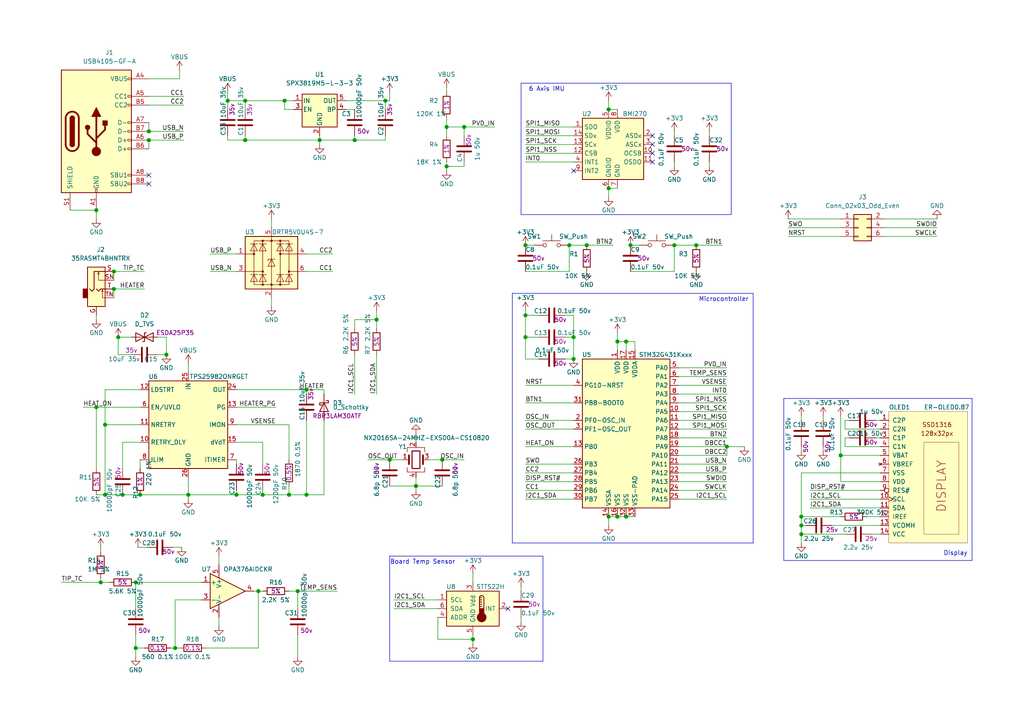
<source format=kicad_sch>
(kicad_sch (version 20200828) (generator eeschema)
  (page 1 1)
  (paper "A4")
  (junction (at 27.94 60.96) (diameter 1.016))
  (junction (at 27.94 118.11) (diameter 1.016))
  (junction (at 29.21 168.91) (diameter 1.016))
  (junction (at 30.48 123.19) (diameter 1.016))
  (junction (at 30.48 143.51) (diameter 1.016))
  (junction (at 33.02 78.74) (diameter 1.016))
  (junction (at 33.02 83.82) (diameter 1.016))
  (junction (at 34.29 97.79) (diameter 1.016))
  (junction (at 35.56 143.51) (diameter 1.016))
  (junction (at 39.37 168.91) (diameter 1.016))
  (junction (at 39.37 187.96) (diameter 1.016))
  (junction (at 40.64 143.51) (diameter 1.016))
  (junction (at 43.18 38.1) (diameter 1.016))
  (junction (at 43.18 40.64) (diameter 1.016))
  (junction (at 48.26 102.87) (diameter 1.016))
  (junction (at 50.8 187.96) (diameter 1.016))
  (junction (at 54.61 143.51) (diameter 1.016))
  (junction (at 66.04 29.21) (diameter 1.016))
  (junction (at 68.58 143.51) (diameter 1.016))
  (junction (at 71.12 29.21) (diameter 1.016))
  (junction (at 71.12 40.64) (diameter 1.016))
  (junction (at 74.93 171.45) (diameter 1.016))
  (junction (at 76.2 143.51) (diameter 1.016))
  (junction (at 82.55 29.21) (diameter 1.016))
  (junction (at 83.82 143.51) (diameter 1.016))
  (junction (at 86.36 171.45) (diameter 1.016))
  (junction (at 88.9 113.03) (diameter 1.016))
  (junction (at 88.9 143.51) (diameter 1.016))
  (junction (at 92.71 40.64) (diameter 1.016))
  (junction (at 102.87 40.64) (diameter 1.016))
  (junction (at 109.22 92.71) (diameter 1.016))
  (junction (at 111.76 29.21) (diameter 1.016))
  (junction (at 113.03 133.35) (diameter 1.016))
  (junction (at 120.65 140.97) (diameter 1.016))
  (junction (at 128.27 133.35) (diameter 1.016))
  (junction (at 129.54 36.83) (diameter 1.016))
  (junction (at 129.54 48.26) (diameter 1.016))
  (junction (at 134.62 36.83) (diameter 1.016))
  (junction (at 137.16 185.42) (diameter 1.016))
  (junction (at 152.4 71.12) (diameter 1.016))
  (junction (at 152.4 91.44) (diameter 1.016))
  (junction (at 152.4 97.79) (diameter 1.016))
  (junction (at 165.1 71.12) (diameter 1.016))
  (junction (at 166.37 97.79) (diameter 1.016))
  (junction (at 166.37 104.14) (diameter 1.016))
  (junction (at 170.18 71.12) (diameter 1.016))
  (junction (at 176.53 31.75) (diameter 1.016))
  (junction (at 176.53 54.61) (diameter 1.016))
  (junction (at 176.53 149.86) (diameter 1.016))
  (junction (at 179.07 99.06) (diameter 1.016))
  (junction (at 179.07 149.86) (diameter 1.016))
  (junction (at 181.61 99.06) (diameter 1.016))
  (junction (at 181.61 149.86) (diameter 1.016))
  (junction (at 182.88 71.12) (diameter 1.016))
  (junction (at 195.58 71.12) (diameter 1.016))
  (junction (at 201.93 71.12) (diameter 1.016))
  (junction (at 210.82 129.54) (diameter 1.016))
  (junction (at 232.41 149.86) (diameter 1.016))
  (junction (at 232.41 152.4) (diameter 1.016))
  (junction (at 232.41 154.94) (diameter 1.016))
  (junction (at 243.84 132.08) (diameter 1.016))
  (no_connect (at 43.18 50.8))
  (no_connect (at 147.32 176.53))
  (no_connect (at 189.23 44.45))
  (no_connect (at 189.23 41.91))
  (no_connect (at 189.23 39.37))
  (no_connect (at 43.18 53.34))
  (no_connect (at 189.23 46.99))
  (no_connect (at 166.37 49.53))
  (wire (pts (xy 17.78 168.91) (xy 29.21 168.91)))
  (wire (pts (xy 20.32 60.96) (xy 27.94 60.96)))
  (wire (pts (xy 24.13 118.11) (xy 27.94 118.11)))
  (wire (pts (xy 27.94 60.96) (xy 27.94 63.5)))
  (wire (pts (xy 27.94 91.44) (xy 27.94 92.71)))
  (wire (pts (xy 27.94 118.11) (xy 27.94 135.89)))
  (wire (pts (xy 27.94 118.11) (xy 40.64 118.11)))
  (wire (pts (xy 29.21 158.75) (xy 29.21 160.02)))
  (wire (pts (xy 29.21 167.64) (xy 29.21 168.91)))
  (wire (pts (xy 29.21 168.91) (xy 31.75 168.91)))
  (wire (pts (xy 30.48 113.03) (xy 30.48 123.19)))
  (wire (pts (xy 30.48 123.19) (xy 30.48 143.51)))
  (wire (pts (xy 30.48 123.19) (xy 40.64 123.19)))
  (wire (pts (xy 30.48 143.51) (xy 27.94 143.51)))
  (wire (pts (xy 30.48 143.51) (xy 35.56 143.51)))
  (wire (pts (xy 33.02 78.74) (xy 33.02 81.28)))
  (wire (pts (xy 33.02 78.74) (xy 41.91 78.74)))
  (wire (pts (xy 33.02 83.82) (xy 33.02 86.36)))
  (wire (pts (xy 33.02 83.82) (xy 41.91 83.82)))
  (wire (pts (xy 34.29 97.79) (xy 34.29 102.87)))
  (wire (pts (xy 34.29 97.79) (xy 38.1 97.79)))
  (wire (pts (xy 34.29 102.87) (xy 38.1 102.87)))
  (wire (pts (xy 35.56 128.27) (xy 35.56 135.89)))
  (wire (pts (xy 35.56 143.51) (xy 40.64 143.51)))
  (wire (pts (xy 39.37 168.91) (xy 39.37 176.53)))
  (wire (pts (xy 39.37 168.91) (xy 58.42 168.91)))
  (wire (pts (xy 39.37 184.15) (xy 39.37 187.96)))
  (wire (pts (xy 39.37 187.96) (xy 39.37 190.5)))
  (wire (pts (xy 40.005 158.75) (xy 42.545 158.75)))
  (wire (pts (xy 40.64 113.03) (xy 30.48 113.03)))
  (wire (pts (xy 40.64 128.27) (xy 35.56 128.27)))
  (wire (pts (xy 40.64 133.35) (xy 40.64 135.89)))
  (wire (pts (xy 40.64 143.51) (xy 54.61 143.51)))
  (wire (pts (xy 41.91 187.96) (xy 39.37 187.96)))
  (wire (pts (xy 43.18 22.86) (xy 52.07 22.86)))
  (wire (pts (xy 43.18 27.94) (xy 53.34 27.94)))
  (wire (pts (xy 43.18 30.48) (xy 53.34 30.48)))
  (wire (pts (xy 43.18 35.56) (xy 43.18 38.1)))
  (wire (pts (xy 43.18 38.1) (xy 53.34 38.1)))
  (wire (pts (xy 43.18 40.64) (xy 43.18 43.18)))
  (wire (pts (xy 43.18 40.64) (xy 53.34 40.64)))
  (wire (pts (xy 45.72 97.79) (xy 48.26 97.79)))
  (wire (pts (xy 45.72 102.87) (xy 48.26 102.87)))
  (wire (pts (xy 48.26 97.79) (xy 48.26 102.87)))
  (wire (pts (xy 49.53 187.96) (xy 50.8 187.96)))
  (wire (pts (xy 50.165 158.75) (xy 52.705 158.75)))
  (wire (pts (xy 50.8 173.99) (xy 50.8 187.96)))
  (wire (pts (xy 50.8 187.96) (xy 52.07 187.96)))
  (wire (pts (xy 52.07 20.32) (xy 52.07 22.86)))
  (wire (pts (xy 54.61 105.41) (xy 54.61 107.95)))
  (wire (pts (xy 54.61 138.43) (xy 54.61 143.51)))
  (wire (pts (xy 54.61 143.51) (xy 54.61 144.78)))
  (wire (pts (xy 54.61 143.51) (xy 68.58 143.51)))
  (wire (pts (xy 58.42 173.99) (xy 50.8 173.99)))
  (wire (pts (xy 59.69 187.96) (xy 74.93 187.96)))
  (wire (pts (xy 60.96 73.66) (xy 68.58 73.66)))
  (wire (pts (xy 60.96 78.74) (xy 68.58 78.74)))
  (wire (pts (xy 63.5 161.29) (xy 63.5 163.83)))
  (wire (pts (xy 63.5 179.07) (xy 63.5 181.61)))
  (wire (pts (xy 66.04 26.67) (xy 66.04 29.21)))
  (wire (pts (xy 66.04 29.21) (xy 66.04 31.75)))
  (wire (pts (xy 66.04 29.21) (xy 71.12 29.21)))
  (wire (pts (xy 66.04 39.37) (xy 66.04 40.64)))
  (wire (pts (xy 66.04 40.64) (xy 71.12 40.64)))
  (wire (pts (xy 68.58 113.03) (xy 88.9 113.03)))
  (wire (pts (xy 68.58 123.19) (xy 83.82 123.19)))
  (wire (pts (xy 68.58 128.27) (xy 76.2 128.27)))
  (wire (pts (xy 68.58 133.35) (xy 68.58 134.62)))
  (wire (pts (xy 68.58 142.24) (xy 68.58 143.51)))
  (wire (pts (xy 68.58 143.51) (xy 76.2 143.51)))
  (wire (pts (xy 71.12 29.21) (xy 71.12 31.75)))
  (wire (pts (xy 71.12 29.21) (xy 82.55 29.21)))
  (wire (pts (xy 71.12 39.37) (xy 71.12 40.64)))
  (wire (pts (xy 71.12 40.64) (xy 92.71 40.64)))
  (wire (pts (xy 73.66 171.45) (xy 74.93 171.45)))
  (wire (pts (xy 74.93 171.45) (xy 76.2 171.45)))
  (wire (pts (xy 74.93 187.96) (xy 74.93 171.45)))
  (wire (pts (xy 76.2 128.27) (xy 76.2 134.62)))
  (wire (pts (xy 76.2 143.51) (xy 76.2 142.24)))
  (wire (pts (xy 78.74 63.5) (xy 78.74 66.04)))
  (wire (pts (xy 78.74 86.36) (xy 78.74 88.9)))
  (wire (pts (xy 80.01 118.11) (xy 68.58 118.11)))
  (wire (pts (xy 82.55 29.21) (xy 82.55 31.75)))
  (wire (pts (xy 82.55 29.21) (xy 85.09 29.21)))
  (wire (pts (xy 82.55 31.75) (xy 85.09 31.75)))
  (wire (pts (xy 83.82 123.19) (xy 83.82 133.35)))
  (wire (pts (xy 83.82 140.97) (xy 83.82 143.51)))
  (wire (pts (xy 83.82 143.51) (xy 76.2 143.51)))
  (wire (pts (xy 86.36 171.45) (xy 83.82 171.45)))
  (wire (pts (xy 86.36 171.45) (xy 97.79 171.45)))
  (wire (pts (xy 86.36 176.53) (xy 86.36 171.45)))
  (wire (pts (xy 86.36 184.15) (xy 86.36 190.5)))
  (wire (pts (xy 88.9 73.66) (xy 96.52 73.66)))
  (wire (pts (xy 88.9 78.74) (xy 96.52 78.74)))
  (wire (pts (xy 88.9 113.03) (xy 88.9 114.3)))
  (wire (pts (xy 88.9 113.03) (xy 93.98 113.03)))
  (wire (pts (xy 88.9 121.92) (xy 88.9 143.51)))
  (wire (pts (xy 88.9 143.51) (xy 83.82 143.51)))
  (wire (pts (xy 88.9 143.51) (xy 93.98 143.51)))
  (wire (pts (xy 92.71 40.64) (xy 92.71 39.37)))
  (wire (pts (xy 92.71 40.64) (xy 92.71 41.91)))
  (wire (pts (xy 92.71 40.64) (xy 102.87 40.64)))
  (wire (pts (xy 93.98 113.03) (xy 93.98 114.3)))
  (wire (pts (xy 93.98 143.51) (xy 93.98 121.92)))
  (wire (pts (xy 100.33 29.21) (xy 111.76 29.21)))
  (wire (pts (xy 102.87 31.75) (xy 100.33 31.75)))
  (wire (pts (xy 102.87 39.37) (xy 102.87 40.64)))
  (wire (pts (xy 102.87 40.64) (xy 111.76 40.64)))
  (wire (pts (xy 102.87 92.71) (xy 109.22 92.71)))
  (wire (pts (xy 102.87 95.25) (xy 102.87 92.71)))
  (wire (pts (xy 102.87 102.87) (xy 102.87 114.3)))
  (wire (pts (xy 106.68 133.35) (xy 113.03 133.35)))
  (wire (pts (xy 109.22 92.71) (xy 109.22 90.17)))
  (wire (pts (xy 109.22 92.71) (xy 109.22 95.25)))
  (wire (pts (xy 109.22 102.87) (xy 109.22 114.3)))
  (wire (pts (xy 111.76 29.21) (xy 111.76 31.75)))
  (wire (pts (xy 111.76 29.21) (xy 113.03 29.21)))
  (wire (pts (xy 111.76 40.64) (xy 111.76 39.37)))
  (wire (pts (xy 113.03 29.21) (xy 113.03 26.67)))
  (wire (pts (xy 113.03 133.35) (xy 116.84 133.35)))
  (wire (pts (xy 113.03 140.97) (xy 120.65 140.97)))
  (wire (pts (xy 114.3 173.99) (xy 127 173.99)))
  (wire (pts (xy 114.3 176.53) (xy 127 176.53)))
  (wire (pts (xy 120.65 125.73) (xy 120.65 128.27)))
  (wire (pts (xy 120.65 138.43) (xy 120.65 140.97)))
  (wire (pts (xy 120.65 140.97) (xy 120.65 142.24)))
  (wire (pts (xy 120.65 140.97) (xy 128.27 140.97)))
  (wire (pts (xy 124.46 133.35) (xy 128.27 133.35)))
  (wire (pts (xy 127 179.07) (xy 127 185.42)))
  (wire (pts (xy 128.27 133.35) (xy 134.62 133.35)))
  (wire (pts (xy 129.54 25.4) (xy 129.54 26.67)))
  (wire (pts (xy 129.54 34.29) (xy 129.54 36.83)))
  (wire (pts (xy 129.54 36.83) (xy 129.54 39.37)))
  (wire (pts (xy 129.54 36.83) (xy 134.62 36.83)))
  (wire (pts (xy 129.54 46.99) (xy 129.54 48.26)))
  (wire (pts (xy 129.54 48.26) (xy 129.54 49.53)))
  (wire (pts (xy 134.62 36.83) (xy 134.62 39.37)))
  (wire (pts (xy 134.62 36.83) (xy 143.51 36.83)))
  (wire (pts (xy 134.62 46.99) (xy 134.62 48.26)))
  (wire (pts (xy 134.62 48.26) (xy 129.54 48.26)))
  (wire (pts (xy 137.16 166.37) (xy 137.16 168.91)))
  (wire (pts (xy 137.16 184.15) (xy 137.16 185.42)))
  (wire (pts (xy 137.16 185.42) (xy 127 185.42)))
  (wire (pts (xy 137.16 185.42) (xy 137.16 186.69)))
  (wire (pts (xy 151.13 170.18) (xy 151.13 171.45)))
  (wire (pts (xy 151.13 179.07) (xy 151.13 180.34)))
  (wire (pts (xy 152.4 36.83) (xy 166.37 36.83)))
  (wire (pts (xy 152.4 39.37) (xy 166.37 39.37)))
  (wire (pts (xy 152.4 41.91) (xy 166.37 41.91)))
  (wire (pts (xy 152.4 44.45) (xy 166.37 44.45)))
  (wire (pts (xy 152.4 46.99) (xy 166.37 46.99)))
  (wire (pts (xy 152.4 71.12) (xy 154.94 71.12)))
  (wire (pts (xy 152.4 78.74) (xy 165.1 78.74)))
  (wire (pts (xy 152.4 90.17) (xy 152.4 91.44)))
  (wire (pts (xy 152.4 91.44) (xy 152.4 97.79)))
  (wire (pts (xy 152.4 91.44) (xy 156.21 91.44)))
  (wire (pts (xy 152.4 97.79) (xy 152.4 104.14)))
  (wire (pts (xy 152.4 97.79) (xy 156.21 97.79)))
  (wire (pts (xy 152.4 104.14) (xy 156.21 104.14)))
  (wire (pts (xy 152.4 111.76) (xy 166.37 111.76)))
  (wire (pts (xy 152.4 116.84) (xy 166.37 116.84)))
  (wire (pts (xy 152.4 121.92) (xy 166.37 121.92)))
  (wire (pts (xy 152.4 124.46) (xy 166.37 124.46)))
  (wire (pts (xy 152.4 129.54) (xy 166.37 129.54)))
  (wire (pts (xy 152.4 134.62) (xy 166.37 134.62)))
  (wire (pts (xy 152.4 137.16) (xy 166.37 137.16)))
  (wire (pts (xy 152.4 139.7) (xy 166.37 139.7)))
  (wire (pts (xy 152.4 142.24) (xy 166.37 142.24)))
  (wire (pts (xy 152.4 144.78) (xy 166.37 144.78)))
  (wire (pts (xy 163.83 91.44) (xy 166.37 91.44)))
  (wire (pts (xy 163.83 97.79) (xy 166.37 97.79)))
  (wire (pts (xy 163.83 104.14) (xy 166.37 104.14)))
  (wire (pts (xy 165.1 71.12) (xy 165.1 78.74)))
  (wire (pts (xy 165.1 71.12) (xy 170.18 71.12)))
  (wire (pts (xy 166.37 91.44) (xy 166.37 97.79)))
  (wire (pts (xy 166.37 97.79) (xy 166.37 104.14)))
  (wire (pts (xy 170.18 71.12) (xy 177.8 71.12)))
  (wire (pts (xy 176.53 29.21) (xy 176.53 31.75)))
  (wire (pts (xy 176.53 31.75) (xy 179.07 31.75)))
  (wire (pts (xy 176.53 54.61) (xy 176.53 57.15)))
  (wire (pts (xy 176.53 54.61) (xy 179.07 54.61)))
  (wire (pts (xy 176.53 149.86) (xy 176.53 152.4)))
  (wire (pts (xy 176.53 149.86) (xy 179.07 149.86)))
  (wire (pts (xy 179.07 96.52) (xy 179.07 99.06)))
  (wire (pts (xy 179.07 99.06) (xy 179.07 101.6)))
  (wire (pts (xy 179.07 149.86) (xy 181.61 149.86)))
  (wire (pts (xy 181.61 99.06) (xy 179.07 99.06)))
  (wire (pts (xy 181.61 101.6) (xy 181.61 99.06)))
  (wire (pts (xy 181.61 149.86) (xy 184.15 149.86)))
  (wire (pts (xy 182.88 71.12) (xy 185.42 71.12)))
  (wire (pts (xy 182.88 78.74) (xy 195.58 78.74)))
  (wire (pts (xy 184.15 99.06) (xy 181.61 99.06)))
  (wire (pts (xy 184.15 101.6) (xy 184.15 99.06)))
  (wire (pts (xy 195.58 38.1) (xy 195.58 39.37)))
  (wire (pts (xy 195.58 46.99) (xy 195.58 48.26)))
  (wire (pts (xy 195.58 71.12) (xy 195.58 78.74)))
  (wire (pts (xy 195.58 71.12) (xy 201.93 71.12)))
  (wire (pts (xy 196.85 106.68) (xy 210.82 106.68)))
  (wire (pts (xy 196.85 109.22) (xy 210.82 109.22)))
  (wire (pts (xy 196.85 111.76) (xy 210.82 111.76)))
  (wire (pts (xy 196.85 114.3) (xy 210.82 114.3)))
  (wire (pts (xy 196.85 116.84) (xy 210.82 116.84)))
  (wire (pts (xy 196.85 119.38) (xy 210.82 119.38)))
  (wire (pts (xy 196.85 121.92) (xy 210.82 121.92)))
  (wire (pts (xy 196.85 124.46) (xy 210.82 124.46)))
  (wire (pts (xy 196.85 127) (xy 210.82 127)))
  (wire (pts (xy 196.85 129.54) (xy 210.82 129.54)))
  (wire (pts (xy 196.85 132.08) (xy 210.82 132.08)))
  (wire (pts (xy 196.85 134.62) (xy 210.82 134.62)))
  (wire (pts (xy 196.85 137.16) (xy 210.82 137.16)))
  (wire (pts (xy 196.85 139.7) (xy 210.82 139.7)))
  (wire (pts (xy 196.85 142.24) (xy 210.82 142.24)))
  (wire (pts (xy 196.85 144.78) (xy 210.82 144.78)))
  (wire (pts (xy 201.93 71.12) (xy 209.55 71.12)))
  (wire (pts (xy 205.74 38.1) (xy 205.74 39.37)))
  (wire (pts (xy 205.74 46.99) (xy 205.74 48.26)))
  (wire (pts (xy 210.82 129.54) (xy 210.82 132.08)))
  (wire (pts (xy 210.82 129.54) (xy 215.9 129.54)))
  (wire (pts (xy 228.6 63.5) (xy 243.84 63.5)))
  (wire (pts (xy 228.6 66.04) (xy 243.84 66.04)))
  (wire (pts (xy 228.6 68.58) (xy 243.84 68.58)))
  (wire (pts (xy 232.41 120.65) (xy 232.41 121.92)))
  (wire (pts (xy 232.41 129.54) (xy 232.41 130.81)))
  (wire (pts (xy 232.41 137.16) (xy 232.41 149.86)))
  (wire (pts (xy 232.41 149.86) (xy 232.41 152.4)))
  (wire (pts (xy 232.41 152.4) (xy 232.41 154.94)))
  (wire (pts (xy 232.41 152.4) (xy 233.68 152.4)))
  (wire (pts (xy 232.41 154.94) (xy 232.41 157.48)))
  (wire (pts (xy 234.95 142.24) (xy 255.27 142.24)))
  (wire (pts (xy 238.76 120.65) (xy 238.76 121.92)))
  (wire (pts (xy 238.76 129.54) (xy 238.76 130.81)))
  (wire (pts (xy 241.3 152.4) (xy 255.27 152.4)))
  (wire (pts (xy 243.84 132.08) (xy 243.84 120.65)))
  (wire (pts (xy 243.84 132.08) (xy 255.27 132.08)))
  (wire (pts (xy 243.84 139.7) (xy 243.84 132.08)))
  (wire (pts (xy 243.84 149.86) (xy 232.41 149.86)))
  (wire (pts (xy 245.11 121.92) (xy 245.11 124.46)))
  (wire (pts (xy 245.11 121.92) (xy 246.38 121.92)))
  (wire (pts (xy 245.11 124.46) (xy 255.27 124.46)))
  (wire (pts (xy 245.11 127) (xy 245.11 129.54)))
  (wire (pts (xy 245.11 127) (xy 246.38 127)))
  (wire (pts (xy 245.11 129.54) (xy 255.27 129.54)))
  (wire (pts (xy 245.11 154.94) (xy 232.41 154.94)))
  (wire (pts (xy 251.46 149.86) (xy 255.27 149.86)))
  (wire (pts (xy 252.73 154.94) (xy 255.27 154.94)))
  (wire (pts (xy 254 121.92) (xy 255.27 121.92)))
  (wire (pts (xy 254 127) (xy 255.27 127)))
  (wire (pts (xy 255.27 137.16) (xy 232.41 137.16)))
  (wire (pts (xy 255.27 139.7) (xy 243.84 139.7)))
  (wire (pts (xy 255.27 144.78) (xy 234.95 144.78)))
  (wire (pts (xy 255.27 147.32) (xy 234.95 147.32)))
  (wire (pts (xy 256.54 63.5) (xy 271.78 63.5)))
  (wire (pts (xy 256.54 66.04) (xy 271.78 66.04)))
  (wire (pts (xy 256.54 68.58) (xy 271.78 68.58)))
  (polyline (pts (xy 113.03 161.29) (xy 113.03 191.77)) (stroke (width 0) (type solid)))
  (polyline (pts (xy 113.03 161.29) (xy 157.48 161.29)) (stroke (width 0) (type solid)))
  (polyline (pts (xy 148.59 85.09) (xy 218.44 85.09)) (stroke (width 0) (type solid)))
  (polyline (pts (xy 148.59 157.48) (xy 148.59 85.09)) (stroke (width 0) (type solid)))
  (polyline (pts (xy 148.59 157.48) (xy 218.44 157.48)) (stroke (width 0) (type solid)))
  (polyline (pts (xy 151.13 24.13) (xy 212.09 24.13)) (stroke (width 0) (type solid)))
  (polyline (pts (xy 151.13 62.23) (xy 151.13 24.13)) (stroke (width 0) (type solid)))
  (polyline (pts (xy 157.48 161.29) (xy 157.48 191.77)) (stroke (width 0) (type solid)))
  (polyline (pts (xy 157.48 191.77) (xy 113.03 191.77)) (stroke (width 0) (type solid)))
  (polyline (pts (xy 212.09 24.13) (xy 212.09 62.23)) (stroke (width 0) (type solid)))
  (polyline (pts (xy 212.09 62.23) (xy 151.13 62.23)) (stroke (width 0) (type solid)))
  (polyline (pts (xy 218.44 85.09) (xy 218.44 157.48)) (stroke (width 0) (type solid)))
  (polyline (pts (xy 227.33 115.57) (xy 227.33 162.56)) (stroke (width 0) (type solid)))
  (polyline (pts (xy 227.33 115.57) (xy 281.94 115.57)) (stroke (width 0) (type solid)))
  (polyline (pts (xy 281.94 115.57) (xy 281.94 162.56)) (stroke (width 0) (type solid)))
  (polyline (pts (xy 281.94 162.56) (xy 227.33 162.56)) (stroke (width 0) (type solid)))
  (text "Board Temp Sensor" (at 132.08 163.83 180) (effects (font (size 1.27 1.27)) (justify right bottom)))
  (text "6 Axis IMU" (at 163.83 26.67 180) (effects (font (size 1.27 1.27)) (justify right bottom)))
  (text "Microcontroller" (at 217.17 87.63 180) (effects (font (size 1.27 1.27)) (justify right bottom)))
  (text "Display" (at 280.67 161.29 180) (effects (font (size 1.27 1.27)) (justify right bottom)))
  (label "TIP_TC" (at 17.78 168.91 0))
  (label "HEAT_ON" (at 24.13 118.11 0))
  (label "TIP_TC" (at 41.91 78.74 180))
  (label "HEATER" (at 41.91 83.82 180))
  (label "CC1" (at 53.34 27.94 180))
  (label "CC2" (at 53.34 30.48 180))
  (label "USB_N" (at 53.34 38.1 180))
  (label "USB_P" (at 53.34 40.64 180))
  (label "USB_P" (at 60.96 73.66 0))
  (label "USB_N" (at 60.96 78.74 0))
  (label "HEATER_PG" (at 80.01 118.11 180))
  (label "VSENSE" (at 80.01 123.19 180))
  (label "HEATER" (at 93.98 113.03 180))
  (label "CC2" (at 96.52 73.66 180))
  (label "CC1" (at 96.52 78.74 180))
  (label "TEMP_SENS" (at 97.79 171.45 180))
  (label "I2C1_SCL" (at 102.87 114.3 90))
  (label "OSC_OUT" (at 106.68 133.35 0))
  (label "I2C1_SDA" (at 109.22 114.3 90))
  (label "I2C1_SCL" (at 114.3 173.99 0))
  (label "I2C1_SDA" (at 114.3 176.53 0))
  (label "OSC_IN" (at 134.62 133.35 180))
  (label "PVD_IN" (at 143.51 36.83 180))
  (label "SPI1_MISO" (at 152.4 36.83 0))
  (label "SPI1_MOSI" (at 152.4 39.37 0))
  (label "SPI1_SCK" (at 152.4 41.91 0))
  (label "SPI1_NSS" (at 152.4 44.45 0))
  (label "INT0" (at 152.4 46.99 0))
  (label "NRST" (at 152.4 111.76 0))
  (label "BTN1" (at 152.4 116.84 0))
  (label "OSC_IN" (at 152.4 121.92 0))
  (label "OSC_OUT" (at 152.4 124.46 0))
  (label "HEAT_ON" (at 152.4 129.54 0))
  (label "SWO" (at 152.4 134.62 0))
  (label "CC2" (at 152.4 137.16 0))
  (label "DISP_RST#" (at 152.4 139.7 0))
  (label "CC1" (at 152.4 142.24 0))
  (label "I2C1_SDA" (at 152.4 144.78 0))
  (label "BTN2" (at 177.8 71.12 180))
  (label "BTN1" (at 209.55 71.12 180))
  (label "PVD_IN" (at 210.82 106.68 180))
  (label "TEMP_SENS" (at 210.82 109.22 180))
  (label "VSENSE" (at 210.82 111.76 180))
  (label "INT0" (at 210.82 114.3 180))
  (label "SPI1_NSS" (at 210.82 116.84 180))
  (label "SPI1_SCK" (at 210.82 119.38 180))
  (label "SPI1_MISO" (at 210.82 121.92 180))
  (label "SPI1_MOSI" (at 210.82 124.46 180))
  (label "BTN2" (at 210.82 127 180))
  (label "DBCC1" (at 210.82 129.54 180))
  (label "DBCC2" (at 210.82 132.08 180))
  (label "USB_N" (at 210.82 134.62 180))
  (label "USB_P" (at 210.82 137.16 180))
  (label "SWDIO" (at 210.82 139.7 180))
  (label "SWCLK" (at 210.82 142.24 180))
  (label "I2C1_SCL" (at 210.82 144.78 180))
  (label "SWO" (at 228.6 66.04 0))
  (label "NRST" (at 228.6 68.58 0))
  (label "DISP_RST#" (at 234.95 142.24 0))
  (label "I2C1_SCL" (at 234.95 144.78 0))
  (label "I2C1_SDA" (at 234.95 147.32 0))
  (label "SWDIO" (at 271.78 66.04 180))
  (label "SWCLK" (at 271.78 68.58 180))
  (symbol (lib_id "power:+3V3") (at 29.21 158.75 0) (unit 1)
    (property "Reference" "#PWR0126" (effects hide))
    (property "Value" "+3V3" (at 29.21 154.94 0))
  )
  (symbol (lib_id "power:VBUS") (at 34.29 97.79 0) (unit 1)
    (property "Reference" "#PWR0115" (effects hide))
    (property "Value" "VBUS" (at 34.29 93.98 0))
  )
  (symbol (lib_id "power:+3V3") (at 40.005 158.75 0) (unit 1)
    (property "Reference" "#PWR0123" (effects hide))
    (property "Value" "+3V3" (at 40.005 154.94 0))
  )
  (symbol (lib_id "power:VBUS") (at 52.07 20.32 0) (unit 1)
    (property "Reference" "#PWR0135" (effects hide))
    (property "Value" "VBUS" (at 52.07 16.51 0))
  )
  (symbol (lib_id "power:VBUS") (at 54.61 105.41 0) (unit 1)
    (property "Reference" "#PWR0122" (effects hide))
    (property "Value" "VBUS" (at 54.61 101.6 0))
  )
  (symbol (lib_id "power:+3V3") (at 63.5 161.29 0) (unit 1)
    (property "Reference" "#PWR0125" (effects hide))
    (property "Value" "+3V3" (at 63.5 157.48 0))
  )
  (symbol (lib_id "power:VBUS") (at 66.04 26.67 0) (unit 1)
    (property "Reference" "#PWR0134" (effects hide))
    (property "Value" "VBUS" (at 66.04 22.86 0))
  )
  (symbol (lib_id "power:+3V3") (at 78.74 63.5 0) (unit 1)
    (property "Reference" "#PWR0136" (effects hide))
    (property "Value" "+3V3" (at 78.74 59.69 0))
  )
  (symbol (lib_id "power:+3V3") (at 109.22 90.17 0) (unit 1)
    (property "Reference" "#PWR0103" (effects hide))
    (property "Value" "+3V3" (at 109.22 86.36 0))
  )
  (symbol (lib_id "power:+3V3") (at 113.03 26.67 0) (unit 1)
    (property "Reference" "#PWR0101" (effects hide))
    (property "Value" "+3V3" (at 113.03 22.86 0))
  )
  (symbol (lib_id "power:VBUS") (at 129.54 25.4 0) (unit 1)
    (property "Reference" "#PWR0110" (effects hide))
    (property "Value" "VBUS" (at 129.54 21.59 0))
  )
  (symbol (lib_id "power:+3V3") (at 137.16 166.37 0) (unit 1)
    (property "Reference" "#PWR0118" (effects hide))
    (property "Value" "+3V3" (at 137.16 162.56 0))
  )
  (symbol (lib_id "power:+3V3") (at 151.13 170.18 0) (unit 1)
    (property "Reference" "#PWR0119" (effects hide))
    (property "Value" "+3V3" (at 151.13 166.37 0))
  )
  (symbol (lib_id "power:+3V3") (at 152.4 71.12 0) (unit 1)
    (property "Reference" "#PWR05" (effects hide))
    (property "Value" "+3V3" (at 152.4 67.31 0))
  )
  (symbol (lib_id "power:+3V3") (at 152.4 90.17 0) (unit 1)
    (property "Reference" "#PWR0106" (effects hide))
    (property "Value" "+3V3" (at 152.4 86.36 0))
  )
  (symbol (lib_id "power:+3V3") (at 176.53 29.21 0) (unit 1)
    (property "Reference" "#PWR0111" (effects hide))
    (property "Value" "+3V3" (at 176.53 25.4 0))
  )
  (symbol (lib_id "power:+3V3") (at 179.07 96.52 0) (unit 1)
    (property "Reference" "#PWR0140" (effects hide))
    (property "Value" "+3V3" (at 179.07 92.71 0))
  )
  (symbol (lib_id "power:+3V3") (at 182.88 71.12 0) (unit 1)
    (property "Reference" "#PWR06" (effects hide))
    (property "Value" "+3V3" (at 182.88 67.31 0))
  )
  (symbol (lib_id "power:+3V3") (at 195.58 38.1 0) (unit 1)
    (property "Reference" "#PWR0108" (effects hide))
    (property "Value" "+3V3" (at 195.58 34.29 0))
  )
  (symbol (lib_id "power:+3V3") (at 205.74 38.1 0) (unit 1)
    (property "Reference" "#PWR01" (effects hide))
    (property "Value" "+3V3" (at 205.74 34.29 0))
  )
  (symbol (lib_id "power:+3V3") (at 228.6 63.5 0) (unit 1)
    (property "Reference" "#PWR03" (effects hide))
    (property "Value" "+3V3" (at 228.6 59.69 0))
  )
  (symbol (lib_id "power:+3V3") (at 232.41 120.65 0) (unit 1)
    (property "Reference" "#PWR0151" (effects hide))
    (property "Value" "+3V3" (at 232.41 116.84 0))
  )
  (symbol (lib_id "power:+3V3") (at 238.76 120.65 0) (unit 1)
    (property "Reference" "#PWR0150" (effects hide))
    (property "Value" "+3V3" (at 238.76 116.84 0))
  )
  (symbol (lib_id "power:+3V3") (at 243.84 120.65 0) (unit 1)
    (property "Reference" "#PWR0149" (effects hide))
    (property "Value" "+3V3" (at 243.84 116.84 0))
  )
  (symbol (lib_id "power:GND") (at 27.94 63.5 0) (unit 1)
    (property "Reference" "#PWR0133" (effects hide))
    (property "Value" "GND" (at 27.94 67.31 0))
  )
  (symbol (lib_id "power:GND") (at 27.94 92.71 0) (unit 1)
    (property "Reference" "#PWR0114" (effects hide))
    (property "Value" "GND" (at 27.94 96.52 0))
  )
  (symbol (lib_id "power:GND") (at 39.37 190.5 0) (unit 1)
    (property "Reference" "#PWR0130" (effects hide))
    (property "Value" "GND" (at 39.37 194.31 0))
  )
  (symbol (lib_id "power:GND") (at 48.26 102.87 0) (unit 1)
    (property "Reference" "#PWR0116" (effects hide))
    (property "Value" "GND" (at 48.26 106.68 0))
  )
  (symbol (lib_id "power:GND") (at 52.705 158.75 0) (unit 1)
    (property "Reference" "#PWR0124" (effects hide))
    (property "Value" "GND" (at 52.705 162.56 0))
  )
  (symbol (lib_id "power:GND") (at 54.61 144.78 0) (unit 1)
    (property "Reference" "#PWR0128" (effects hide))
    (property "Value" "GND" (at 54.61 148.59 0))
  )
  (symbol (lib_id "power:GND") (at 63.5 181.61 0) (unit 1)
    (property "Reference" "#PWR0127" (effects hide))
    (property "Value" "GND" (at 63.5 185.42 0))
  )
  (symbol (lib_id "power:GND") (at 78.74 88.9 0) (unit 1)
    (property "Reference" "#PWR0129" (effects hide))
    (property "Value" "GND" (at 78.74 92.71 0))
  )
  (symbol (lib_id "power:GND") (at 86.36 190.5 0) (unit 1)
    (property "Reference" "#PWR0117" (effects hide))
    (property "Value" "GND" (at 86.36 194.31 0))
  )
  (symbol (lib_id "power:GND") (at 92.71 41.91 0) (unit 1)
    (property "Reference" "#PWR0102" (effects hide))
    (property "Value" "GND" (at 92.71 45.72 0))
  )
  (symbol (lib_id "power:GND") (at 120.65 125.73 180) (unit 1)
    (property "Reference" "#PWR0113" (effects hide))
    (property "Value" "GND" (at 120.65 121.92 0))
  )
  (symbol (lib_id "power:GND") (at 120.65 142.24 0) (unit 1)
    (property "Reference" "#PWR0105" (effects hide))
    (property "Value" "GND" (at 120.65 146.05 0))
  )
  (symbol (lib_id "power:GND") (at 129.54 49.53 0) (unit 1)
    (property "Reference" "#PWR0104" (effects hide))
    (property "Value" "GND" (at 129.54 53.34 0))
  )
  (symbol (lib_id "power:GND") (at 137.16 186.69 0) (unit 1)
    (property "Reference" "#PWR0121" (effects hide))
    (property "Value" "GND" (at 137.16 190.5 0))
  )
  (symbol (lib_id "power:GND") (at 151.13 180.34 0) (unit 1)
    (property "Reference" "#PWR0120" (effects hide))
    (property "Value" "GND" (at 151.13 184.15 0))
  )
  (symbol (lib_id "power:GND") (at 166.37 104.14 0) (unit 1)
    (property "Reference" "#PWR0112" (effects hide))
    (property "Value" "GND" (at 166.37 107.95 0))
  )
  (symbol (lib_id "power:GND") (at 170.18 78.74 0) (unit 1)
    (property "Reference" "#PWR0141" (effects hide))
    (property "Value" "GND" (at 170.18 82.55 0))
  )
  (symbol (lib_id "power:GND") (at 176.53 57.15 0) (unit 1)
    (property "Reference" "#PWR0107" (effects hide))
    (property "Value" "GND" (at 176.53 60.96 0))
  )
  (symbol (lib_id "power:GND") (at 176.53 152.4 0) (unit 1)
    (property "Reference" "#PWR0144" (effects hide))
    (property "Value" "GND" (at 176.53 156.21 0))
  )
  (symbol (lib_id "power:GND") (at 195.58 48.26 0) (unit 1)
    (property "Reference" "#PWR0109" (effects hide))
    (property "Value" "GND" (at 195.58 52.07 0))
  )
  (symbol (lib_id "power:GND") (at 201.93 78.74 0) (unit 1)
    (property "Reference" "#PWR0142" (effects hide))
    (property "Value" "GND" (at 201.93 82.55 0))
  )
  (symbol (lib_id "power:GND") (at 205.74 48.26 0) (unit 1)
    (property "Reference" "#PWR02" (effects hide))
    (property "Value" "GND" (at 205.74 52.07 0))
  )
  (symbol (lib_id "power:GND") (at 215.9 129.54 0) (unit 1)
    (property "Reference" "#PWR0143" (effects hide))
    (property "Value" "GND" (at 215.9 133.35 0))
  )
  (symbol (lib_id "power:GND") (at 232.41 130.81 0) (unit 1)
    (property "Reference" "#PWR0139" (effects hide))
    (property "Value" "GND" (at 232.41 134.62 0))
  )
  (symbol (lib_id "power:GND") (at 232.41 157.48 0) (unit 1)
    (property "Reference" "#PWR0137" (effects hide))
    (property "Value" "GND" (at 232.41 161.29 0))
  )
  (symbol (lib_id "power:GND") (at 238.76 130.81 0) (unit 1)
    (property "Reference" "#PWR0138" (effects hide))
    (property "Value" "GND" (at 238.76 134.62 0))
  )
  (symbol (lib_id "power:GND") (at 271.78 63.5 180) (unit 1)
    (property "Reference" "#PWR04" (effects hide))
    (property "Value" "GND" (at 271.78 59.69 0))
  )
  (symbol (lib_id "Device:R") (at 27.94 139.7 0) (unit 1)
    (property "Reference" "R11" (at 22.86 138.43 0) (effects (justify left)))
    (property "Value" "10K 5%" (at 21.59 144.78 0) (effects (justify left)))
    (property "Footprint" "Resistor_SMD:R_0402_1005Metric" (effects hide))
    (property "Tolerance" "5%" (at 27.94 139.7 90))
  )
  (symbol (lib_id "Device:R") (at 29.21 163.83 180) (unit 1)
    (property "Reference" "R14" (at 25.4 162.56 0) (effects (justify right)))
    (property "Value" "1M 5%" (at 25.4 165.1 0) (effects (justify right)))
    (property "Footprint" "Resistor_SMD:R_0402_1005Metric" (effects hide))
    (property "Tolerance" "5%" (at 29.21 163.83 90))
  )
  (symbol (lib_id "Device:R") (at 35.56 168.91 90) (unit 1)
    (property "Reference" "R15" (at 35.56 166.37 90))
    (property "Value" "5.6K 5%" (at 35.56 171.45 90))
    (property "Footprint" "Resistor_SMD:R_0402_1005Metric" (effects hide))
    (property "Tolerance" "5%" (at 35.56 168.91 90))
  )
  (symbol (lib_id "Device:R") (at 40.64 139.7 0) (unit 1)
    (property "Reference" "R12" (at 39.37 144.78 90) (effects (justify left)))
    (property "Value" "220 1%" (at 43.18 140.97 90) (effects (justify left)))
    (property "Footprint" "Resistor_SMD:R_0402_1005Metric" (effects hide))
    (property "Tolerance" "1%" (at 40.64 139.7 90))
  )
  (symbol (lib_id "Device:R") (at 45.72 187.96 90) (unit 1)
    (property "Reference" "R17" (at 45.72 185.42 90))
    (property "Value" "560 0.1%" (at 45.72 190.5 90))
    (property "Footprint" "Resistor_SMD:R_0402_1005Metric" (effects hide))
    (property "Tolerance" "0.1%" (at 45.72 187.96 90))
  )
  (symbol (lib_id "Device:R") (at 55.88 187.96 90) (unit 1)
    (property "Reference" "R18" (at 55.88 185.42 90))
    (property "Value" "100K 0.1%" (at 55.88 190.5 90))
    (property "Footprint" "Resistor_SMD:R_0402_1005Metric" (effects hide))
    (property "Tolerance" "0.1%" (at 55.88 187.96 90))
  )
  (symbol (lib_id "Device:R") (at 80.01 171.45 90) (unit 1)
    (property "Reference" "R16" (at 80.01 168.91 90))
    (property "Value" "2.2K 5%" (at 80.01 173.99 90))
    (property "Footprint" "Resistor_SMD:R_0402_1005Metric" (effects hide))
    (property "Tolerance" "5%" (at 80.01 171.45 90))
  )
  (symbol (lib_id "Device:R") (at 83.82 137.16 0) (unit 1)
    (property "Reference" "R10" (at 82.55 142.24 90) (effects (justify left)))
    (property "Value" "1870 0.5%" (at 86.36 138.43 90) (effects (justify left)))
    (property "Footprint" "Resistor_SMD:R_0402_1005Metric" (effects hide))
    (property "Tolerance" "0.5%" (at 83.82 137.16 90))
  )
  (symbol (lib_id "Device:R") (at 102.87 99.06 0) (unit 1)
    (property "Reference" "R6" (at 100.33 102.87 90) (effects (justify left)))
    (property "Value" "2.2K 5%" (at 100.33 99.06 90) (effects (justify left)))
    (property "Footprint" "Resistor_SMD:R_0402_1005Metric" (effects hide))
    (property "Tolerance" "5%" (at 102.87 99.06 90))
  )
  (symbol (lib_id "Device:R") (at 109.22 99.06 0) (unit 1)
    (property "Reference" "R7" (at 106.68 102.87 90) (effects (justify left)))
    (property "Value" "2.2K 5%" (at 106.68 99.06 90) (effects (justify left)))
    (property "Footprint" "Resistor_SMD:R_0402_1005Metric" (effects hide))
    (property "Tolerance" "5%" (at 109.22 99.06 90))
  )
  (symbol (lib_id "Device:R") (at 129.54 30.48 0) (unit 1)
    (property "Reference" "R2" (at 124.46 29.21 0) (effects (justify left)))
    (property "Value" "120K 1%" (at 120.65 33.02 0) (effects (justify left)))
    (property "Footprint" "Resistor_SMD:R_0402_1005Metric" (effects hide))
    (property "Tolerance" "1%" (at 129.54 30.48 90))
  )
  (symbol (lib_id "Device:R") (at 129.54 43.18 0) (unit 1)
    (property "Reference" "R4" (at 124.46 41.91 0) (effects (justify left)))
    (property "Value" "18K 1%" (at 120.65 46.99 0) (effects (justify left)))
    (property "Footprint" "Resistor_SMD:R_0402_1005Metric" (effects hide))
    (property "Tolerance" "1%" (at 129.54 43.18 90))
  )
  (symbol (lib_id "Device:R") (at 170.18 74.93 0) (unit 1)
    (property "Reference" "R1" (at 165.1 73.66 0) (effects (justify left)))
    (property "Value" "10K 5%" (at 163.83 80.01 0) (effects (justify left)))
    (property "Footprint" "Resistor_SMD:R_0402_1005Metric" (effects hide))
    (property "Tolerance" "5%" (at 170.18 74.93 90))
  )
  (symbol (lib_id "Device:R") (at 201.93 74.93 0) (unit 1)
    (property "Reference" "R3" (at 196.85 73.66 0) (effects (justify left)))
    (property "Value" "10K 5%" (at 195.58 80.01 0) (effects (justify left)))
    (property "Footprint" "Resistor_SMD:R_0402_1005Metric" (effects hide))
    (property "Tolerance" "5%" (at 201.93 74.93 90))
  )
  (symbol (lib_id "Device:R") (at 247.65 149.86 90) (unit 1)
    (property "Reference" "R13" (at 242.57 148.59 90))
    (property "Value" "390K 5%" (at 252.73 148.59 90))
    (property "Footprint" "Resistor_SMD:R_0402_1005Metric" (effects hide))
    (property "Tolerance" "5%" (at 247.65 149.86 90))
  )
  (symbol (lib_id "Device:D_TVS") (at 41.91 97.79 180) (unit 1)
    (property "Reference" "D2" (at 41.91 91.44 0))
    (property "Value" "D_TVS" (at 41.91 93.98 0))
    (property "Footprint" "D_1610:D_1610" (effects hide))
    (property "Part" "ESDA25P35" (at 50.8 96.52 0))
  )
  (symbol (lib_id "Device:D_Schottky") (at 93.98 118.11 270) (unit 1)
    (property "Reference" "D3" (at 96.52 116.84 90) (effects (justify left)))
    (property "Value" "D_Schottky" (at 96.52 118.11 90) (effects (justify left)))
    (property "Footprint" "Diode_SMD:D_SOD-128" (effects hide))
    (property "Part" "RBR3LAM30ATF" (at 97.79 120.65 90))
  )
  (symbol (lib_id "Device:C") (at 35.56 139.7 180) (unit 1)
    (property "Reference" "C25" (at 34.29 142.24 90))
    (property "Value" "10000pF 50v" (at 31.75 142.24 90))
    (property "Footprint" "Capacitor_SMD:C_0402_1005Metric" (effects hide))
    (property "Voltage" "50v" (at 34.29 137.16 90))
  )
  (symbol (lib_id "Device:C") (at 39.37 180.34 0) (unit 1)
    (property "Reference" "C30" (at 35.56 177.8 0) (effects (justify left)))
    (property "Value" "10000pF 50v" (at 40.64 179.07 90) (effects (justify left)))
    (property "Footprint" "Capacitor_SMD:C_0402_1005Metric" (effects hide))
    (property "Voltage" "50v" (at 41.91 182.88 0))
  )
  (symbol (lib_id "Device:C") (at 41.91 102.87 90) (unit 1)
    (property "Reference" "C15" (at 45.72 104.14 90) (effects (justify left)))
    (property "Value" "10uF 35v" (at 40.64 104.14 90) (effects (justify left)))
    (property "Footprint" "Capacitor_SMD:C_0603_1608Metric_Pad1.05x0.95mm_HandSolder" (effects hide))
    (property "Voltage" "35v" (at 38.1 101.6 90))
  )
  (symbol (lib_id "Device:C") (at 46.355 158.75 90) (unit 1)
    (property "Reference" "C28" (at 45.085 157.48 90) (effects (justify left)))
    (property "Value" "0.1uF 50v" (at 52.705 154.94 90) (effects (justify left)))
    (property "Footprint" "Capacitor_SMD:C_0402_1005Metric" (effects hide))
    (property "Voltage" "50v" (at 48.895 160.02 90))
  )
  (symbol (lib_id "Device:C") (at 66.04 35.56 0) (unit 1)
    (property "Reference" "C33" (at 64.77 39.37 90) (effects (justify left)))
    (property "Value" "10uF 35v" (at 64.77 34.29 90) (effects (justify left)))
    (property "Footprint" "Capacitor_SMD:C_0603_1608Metric_Pad1.05x0.95mm_HandSolder" (effects hide))
    (property "Voltage" "35v" (at 67.31 31.75 90))
  )
  (symbol (lib_id "Device:C") (at 68.58 138.43 180) (unit 1)
    (property "Reference" "C23" (at 67.31 139.7 90) (effects (justify left)))
    (property "Value" "10000pF 50v" (at 72.39 134.62 90) (effects (justify left)))
    (property "Footprint" "Capacitor_SMD:C_0402_1005Metric" (effects hide))
    (property "Voltage" "50v" (at 69.85 135.89 90))
  )
  (symbol (lib_id "Device:C") (at 71.12 35.56 0) (unit 1)
    (property "Reference" "C1" (at 69.85 39.37 90) (effects (justify left)))
    (property "Value" "10uF 35v" (at 69.85 34.29 90) (effects (justify left)))
    (property "Footprint" "Capacitor_SMD:C_0603_1608Metric_Pad1.05x0.95mm_HandSolder" (effects hide))
    (property "Voltage" "35v" (at 72.39 31.75 90))
  )
  (symbol (lib_id "Device:C") (at 76.2 138.43 180) (unit 1)
    (property "Reference" "C24" (at 74.93 139.7 90) (effects (justify left)))
    (property "Value" "1200pF 50v" (at 80.01 134.62 90) (effects (justify left)))
    (property "Footprint" "Capacitor_SMD:C_0402_1005Metric" (effects hide))
    (property "Voltage" "50v" (at 77.47 135.89 90))
  )
  (symbol (lib_id "Device:C") (at 86.36 180.34 0) (unit 1)
    (property "Reference" "C31" (at 82.55 177.8 0) (effects (justify left)))
    (property "Value" "10000pF 50v" (at 88.265 179.07 90) (effects (justify left)))
    (property "Footprint" "Capacitor_SMD:C_0402_1005Metric" (effects hide))
    (property "Voltage" "50v" (at 88.9 182.88 0))
  )
  (symbol (lib_id "Device:C") (at 88.9 118.11 0) (unit 1)
    (property "Reference" "C16" (at 87.63 121.92 90) (effects (justify left)))
    (property "Value" "10uF 35v" (at 87.63 116.84 90) (effects (justify left)))
    (property "Footprint" "Capacitor_SMD:C_0603_1608Metric_Pad1.05x0.95mm_HandSolder" (effects hide))
    (property "Voltage" "35v" (at 90.17 114.3 90))
  )
  (symbol (lib_id "Device:C") (at 102.87 35.56 0) (unit 1)
    (property "Reference" "C3" (at 99.06 33.02 0) (effects (justify left)))
    (property "Value" "10000pF 50v" (at 104.14 34.29 90) (effects (justify left)))
    (property "Footprint" "Capacitor_SMD:C_0402_1005Metric" (effects hide))
    (property "Voltage" "50v" (at 105.41 38.1 0))
  )
  (symbol (lib_id "Device:C") (at 111.76 35.56 0) (unit 1)
    (property "Reference" "C2" (at 110.49 39.37 90) (effects (justify left)))
    (property "Value" "10uF 35v" (at 110.49 34.29 90) (effects (justify left)))
    (property "Footprint" "Capacitor_SMD:C_0603_1608Metric_Pad1.05x0.95mm_HandSolder" (effects hide))
    (property "Voltage" "35v" (at 113.03 31.75 90))
  )
  (symbol (lib_id "Device:C") (at 113.03 137.16 180) (unit 1)
    (property "Reference" "C21" (at 111.76 139.7 90))
    (property "Value" "6.8p 50v" (at 109.22 139.7 90))
    (property "Footprint" "Capacitor_SMD:C_0402_1005Metric" (effects hide))
    (property "Voltage" "50v" (at 109.22 135.89 90))
  )
  (symbol (lib_id "Device:C") (at 128.27 137.16 180) (unit 1)
    (property "Reference" "C22" (at 127 139.7 90))
    (property "Value" "6.8p 50v" (at 132.08 139.7 90))
    (property "Footprint" "Capacitor_SMD:C_0402_1005Metric" (effects hide))
    (property "Voltage" "50v" (at 132.08 135.89 90))
  )
  (symbol (lib_id "Device:C") (at 134.62 43.18 180) (unit 1)
    (property "Reference" "C4" (at 133.35 45.72 90))
    (property "Value" "1u 50v" (at 138.43 43.18 90))
    (property "Footprint" "Capacitor_SMD:C_0402_1005Metric" (effects hide))
    (property "Voltage" "50v" (at 135.89 40.64 90))
  )
  (symbol (lib_id "Device:C") (at 151.13 175.26 0) (unit 1)
    (property "Reference" "C29" (at 151.13 172.72 0) (effects (justify left)))
    (property "Value" "0.1uF 50v" (at 151.13 177.8 0) (effects (justify left)))
    (property "Footprint" "Capacitor_SMD:C_0402_1005Metric" (effects hide))
    (property "Voltage" "50v" (at 154.94 175.26 0))
  )
  (symbol (lib_id "Device:C") (at 152.4 74.93 0) (unit 1)
    (property "Reference" "C8" (at 152.4 72.39 0) (effects (justify left)))
    (property "Value" "0.1uF 50v" (at 152.4 77.47 0) (effects (justify left)))
    (property "Footprint" "Capacitor_SMD:C_0402_1005Metric" (effects hide))
    (property "Voltage" "50v" (at 156.21 74.93 0))
  )
  (symbol (lib_id "Device:C") (at 160.02 91.44 90) (unit 1)
    (property "Reference" "C12" (at 158.75 90.17 90) (effects (justify left)))
    (property "Value" "0.1uF 50v" (at 171.45 90.17 90) (effects (justify left)))
    (property "Footprint" "Capacitor_SMD:C_0402_1005Metric" (effects hide))
    (property "Voltage" "50v" (at 162.56 92.71 90))
  )
  (symbol (lib_id "Device:C") (at 160.02 97.79 90) (unit 1)
    (property "Reference" "C13" (at 158.75 96.52 90) (effects (justify left)))
    (property "Value" "0.1uF 50v" (at 171.45 96.52 90) (effects (justify left)))
    (property "Footprint" "Capacitor_SMD:C_0402_1005Metric" (effects hide))
    (property "Voltage" "50v" (at 162.56 99.06 90))
  )
  (symbol (lib_id "Device:C") (at 160.02 104.14 90) (unit 1)
    (property "Reference" "C14" (at 158.75 102.87 90) (effects (justify left)))
    (property "Value" "0.1uF 50v" (at 165.1 101.6 90) (effects (justify left)))
    (property "Footprint" "Capacitor_SMD:C_0402_1005Metric" (effects hide))
    (property "Voltage" "50v" (at 162.56 105.41 90))
  )
  (symbol (lib_id "Device:C") (at 182.88 74.93 0) (unit 1)
    (property "Reference" "C9" (at 182.88 72.39 0) (effects (justify left)))
    (property "Value" "0.1uF 50v" (at 182.88 77.47 0) (effects (justify left)))
    (property "Footprint" "Capacitor_SMD:C_0402_1005Metric" (effects hide))
    (property "Voltage" "50v" (at 186.69 74.93 0))
  )
  (symbol (lib_id "Device:C") (at 195.58 43.18 0) (unit 1)
    (property "Reference" "C5" (at 195.58 40.64 0) (effects (justify left)))
    (property "Value" "0.1uF 50v" (at 191.77 48.26 90) (effects (justify left)))
    (property "Footprint" "Capacitor_SMD:C_0402_1005Metric" (effects hide))
    (property "Voltage" "50v" (at 199.39 43.18 0))
  )
  (symbol (lib_id "Device:C") (at 205.74 43.18 0) (unit 1)
    (property "Reference" "C32" (at 205.74 40.64 0) (effects (justify left)))
    (property "Value" "0.1uF 50v" (at 201.93 48.26 90) (effects (justify left)))
    (property "Footprint" "Capacitor_SMD:C_0402_1005Metric" (effects hide))
    (property "Voltage" "50v" (at 209.55 43.18 0))
  )
  (symbol (lib_id "Device:C") (at 232.41 125.73 0) (unit 1)
    (property "Reference" "C18" (at 229.87 123.19 0) (effects (justify left)))
    (property "Value" "0.1uF 50v" (at 228.6 130.81 90) (effects (justify left)))
    (property "Footprint" "Capacitor_SMD:C_0402_1005Metric" (effects hide))
    (property "Voltage" "50v" (at 233.68 129.54 90))
  )
  (symbol (lib_id "Device:C") (at 237.49 152.4 90) (unit 1)
    (property "Reference" "C26" (at 234.95 151.13 90))
    (property "Value" "2.2u 25v" (at 237.49 156.21 90))
    (property "Footprint" "Capacitor_SMD:C_0402_1005Metric" (effects hide))
    (property "Voltage" "25v" (at 241.3 153.67 90))
  )
  (symbol (lib_id "Device:C") (at 238.76 125.73 0) (unit 1)
    (property "Reference" "C19" (at 236.22 123.19 0) (effects (justify left)))
    (property "Value" "0.1uF 50v" (at 241.3 130.81 90) (effects (justify left)))
    (property "Footprint" "Capacitor_SMD:C_0402_1005Metric" (effects hide))
    (property "Voltage" "50v" (at 240.03 129.54 90))
  )
  (symbol (lib_id "Device:C") (at 248.92 154.94 90) (unit 1)
    (property "Reference" "C27" (at 246.38 153.67 90))
    (property "Value" "2.2u 25v" (at 248.92 158.75 90))
    (property "Footprint" "Capacitor_SMD:C_0402_1005Metric" (effects hide))
    (property "Voltage" "25v" (at 252.73 156.21 90))
  )
  (symbol (lib_id "Device:C") (at 250.19 121.92 90) (unit 1)
    (property "Reference" "C17" (at 247.65 120.65 90))
    (property "Value" "1u 50v" (at 252.73 119.38 90))
    (property "Footprint" "Capacitor_SMD:C_0402_1005Metric" (effects hide))
    (property "Voltage" "50v" (at 252.73 123.19 90))
  )
  (symbol (lib_id "Device:C") (at 250.19 127 90) (unit 1)
    (property "Reference" "C20" (at 247.65 125.73 90))
    (property "Value" "1u 50v" (at 252.73 125.73 90))
    (property "Footprint" "Capacitor_SMD:C_0402_1005Metric" (effects hide))
    (property "Voltage" "50v" (at 252.73 128.27 90))
  )
  (symbol (lib_id "Switch:SW_Push") (at 160.02 71.12 0) (unit 1)
    (property "Reference" "SW1" (at 154.94 68.58 0))
    (property "Value" "SW_Push" (at 166.37 68.58 0))
    (property "Footprint" "Wurth:SW_Push_1P1T_NO_Vertical_Wuerth_434133025816" (effects hide))
  )
  (symbol (lib_id "Switch:SW_Push") (at 190.5 71.12 0) (unit 1)
    (property "Reference" "SW2" (at 185.42 68.58 0))
    (property "Value" "SW_Push" (at 196.85 68.58 0))
    (property "Footprint" "Wurth:SW_Push_1P1T_NO_Vertical_Wuerth_434133025816" (effects hide))
  )
  (symbol (lib_id "Device:Crystal_GND24") (at 120.65 133.35 0) (unit 1)
    (property "Reference" "Y1" (at 115.57 129.54 0) (effects (justify left)))
    (property "Value" "NX2016SA-24MHZ-EXS00A-CS10820" (at 105.41 127 0) (effects (justify left)))
    (property "Footprint" "Crystal:Crystal_SMD_2016-4Pin_2.0x1.6mm" (effects hide))
  )
  (symbol (lib_id "Connector_Generic:Conn_02x03_Odd_Even") (at 248.92 66.04 0) (unit 1)
    (property "Reference" "J3" (at 250.19 57.15 0))
    (property "Value" "Conn_02x03_Odd_Even" (at 250.19 59.69 0))
    (property "Footprint" "Basic_SMD:PinHeader_2x03_P1.00mm_Vertical_SMD" (effects hide))
  )
  (symbol (lib_id "Connector:AudioJack2_Ground_Switch") (at 27.94 83.82 0) (unit 1)
    (property "Reference" "J2" (at 29.21 72.39 0))
    (property "Value" "35RASMT4BHNTRX" (at 29.21 74.93 0))
    (property "Footprint" "35RASMT4BHNTRX:Jack_3.5mm_CUI_SJ-3524-SMT_Horizontal_cutout" (effects hide))
    (property "Datasheet" "http://www.switchcraft.com/Drawings/35rasmt4bhntrx_cd.pdf" (effects hide))
  )
  (symbol (lib_id "Regulator_Linear:SPX3819M5-L-3-3") (at 92.71 31.75 0) (unit 1)
    (property "Reference" "U1" (at 92.71 21.59 0))
    (property "Value" "SPX3819M5-L-3-3" (at 92.71 24.13 0))
    (property "Footprint" "Package_TO_SOT_SMD:SOT-23-5" (effects hide))
    (property "Datasheet" "https://www.exar.com/content/document.ashx?id=22106&languageid=1033&type=Datasheet&partnumber=SPX3819&filename=SPX3819.pdf&part=SPX3819" (effects hide))
  )
  (symbol (lib_id "Amplifier_Operational:OPA376xxDCK") (at 66.04 171.45 0) (unit 1)
    (property "Reference" "U7" (at 58.42 165.1 0) (effects (justify left)))
    (property "Value" "OPA376AIDCKR" (at 64.77 165.1 0) (effects (justify left)))
    (property "Footprint" "Package_TO_SOT_SMD:SOT-353_SC-70-5" (effects hide))
    (property "Datasheet" "http://www.ti.com/lit/ds/symlink/opa376.pdf" (effects hide))
  )
  (symbol (lib_id "STTS22HTR:STTS22H") (at 137.16 176.53 0) (unit 1)
    (property "Reference" "U8" (at 130.81 170.18 0))
    (property "Value" "STTS22H" (at 142.24 170.18 0))
    (property "Footprint" "Package_DFN_QFN:DFN-6-1EP_2x2mm_P0.65mm_EP1x1.6mm" (effects hide))
    (property "Datasheet" "https://www.st.com/resource/en/datasheet/stts22h.pdf" (effects hide))
  )
  (symbol (lib_id "Power_Protection:USBLC6-4SC6") (at 78.74 76.2 0) (unit 1)
    (property "Reference" "U3" (at 72.39 67.31 0))
    (property "Value" "DRTR5V0U4S-7" (at 86.36 67.31 0))
    (property "Footprint" "Package_TO_SOT_SMD:SOT-363_SC-70-6" (effects hide))
    (property "Datasheet" "https://www.st.com/resource/en/datasheet/usblc6-4.pdf" (effects hide))
  )
  (symbol (lib_id "Sensor_Motion:BMI160") (at 179.07 41.91 0) (unit 1)
    (property "Reference" "U2" (at 170.18 33.02 0))
    (property "Value" "BMI270" (at 184.15 33.02 0))
    (property "Footprint" "Package_LGA:Bosch_LGA-14_3x2.5mm_P0.5mm" (effects hide))
    (property "Datasheet" "https://ae-bst.resource.bosch.com/media/_tech/media/datasheets/BST-BMI160-DS000.pdf" (effects hide))
  )
  (symbol (lib_id "TPS259827ONRGET:TPS25982ONRGET") (at 54.61 123.19 0) (unit 1)
    (property "Reference" "U6" (at 44.45 109.22 0))
    (property "Value" "TPS25982ONRGET" (at 63.5 109.22 0))
    (property "Footprint" "TPS25982:VQFN-24-1EP_4x4mm_P0.5mm_EP2.45x2.45mm" (effects hide))
    (property "Datasheet" "https://www.ti.com/lit/ds/symlink/tps25982.pdf?ts=1600320066802&ref_url=https%253A%252F%252Fwww.ti.com%252Fproduct%252FTPS25982" (effects hide))
  )
  (symbol (lib_id "ER-OLED0.87:ER-OLED0.87") (at 269.24 137.16 0) (unit 1)
    (property "Reference" "OLED1" (at 257.81 118.11 0) (effects (justify left)))
    (property "Value" "ER-OLED0.87" (at 267.97 118.11 0) (effects (justify left)))
    (property "Footprint" "ER-OLED0.87:ER-OLED0.87" (effects hide))
    (property "Datasheet" "https://www.buydisplay.com/download/manual/ER-OLED0.87-1_Datasheet.pdf" (effects hide))
  )
  (symbol (lib_id "Connector:USB_C_Receptacle_USB2.0") (at 27.94 38.1 0) (unit 1)
    (property "Reference" "J1" (at 31.75 15.24 0))
    (property "Value" "USB4105-GF-A" (at 31.75 17.78 0))
    (property "Footprint" "USB_C_GCT_USB4105:GCT_USB4105" (effects hide))
    (property "Datasheet" "https://www.usb.org/sites/default/files/documents/usb_type-c.zip" (effects hide))
  )
  (symbol (lib_id "STM32G431:STM32G431Kxxx") (at 181.61 124.46 0) (unit 1)
    (property "Reference" "U5" (at 170.18 102.87 0))
    (property "Value" "STM32G431Kxxx" (at 193.04 102.87 0))
    (property "Footprint" "Package_DFN_QFN:QFN-32-1EP_5x5mm_P0.5mm_EP3.45x3.45mm" (effects hide))
    (property "Datasheet" "https://www.st.com/resource/en/datasheet/stm32g431kb.pdf" (effects hide))
  )
)
</source>
